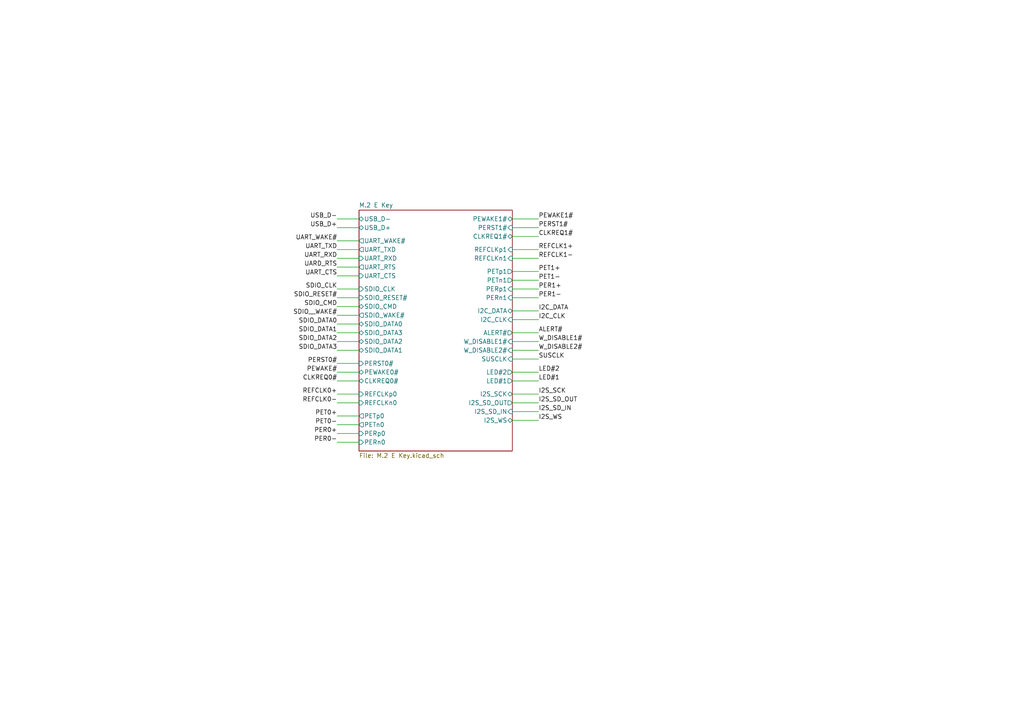
<source format=kicad_sch>
(kicad_sch
	(version 20250114)
	(generator "eeschema")
	(generator_version "9.0")
	(uuid "d9efee78-18a0-404a-b488-26241a73b38b")
	(paper "A4")
	(lib_symbols)
	(wire
		(pts
			(xy 97.79 114.3) (xy 104.14 114.3)
		)
		(stroke
			(width 0)
			(type default)
		)
		(uuid "0b501e11-84d2-4053-bde9-1f39e6938221")
	)
	(wire
		(pts
			(xy 148.59 86.36) (xy 156.21 86.36)
		)
		(stroke
			(width 0)
			(type default)
		)
		(uuid "0c49e1ae-fd0b-40ba-9d11-13de2075d615")
	)
	(wire
		(pts
			(xy 97.79 91.44) (xy 104.14 91.44)
		)
		(stroke
			(width 0)
			(type default)
		)
		(uuid "368bf6e8-09fb-4b7a-98e2-9d0598eb952f")
	)
	(wire
		(pts
			(xy 148.59 63.5) (xy 156.21 63.5)
		)
		(stroke
			(width 0)
			(type default)
		)
		(uuid "36c4c821-e187-4edd-bf60-9acb57446c2b")
	)
	(wire
		(pts
			(xy 97.79 123.19) (xy 104.14 123.19)
		)
		(stroke
			(width 0)
			(type default)
		)
		(uuid "3ac6fd5d-ba94-4578-bc28-9c6cb51a6741")
	)
	(wire
		(pts
			(xy 148.59 104.14) (xy 156.21 104.14)
		)
		(stroke
			(width 0)
			(type default)
		)
		(uuid "3bc6e11d-3c4b-41b3-b9ac-d333a3f56594")
	)
	(wire
		(pts
			(xy 97.79 128.27) (xy 104.14 128.27)
		)
		(stroke
			(width 0)
			(type default)
		)
		(uuid "46c5b39a-5d82-4d43-9cb6-1f73468f47d2")
	)
	(wire
		(pts
			(xy 148.59 68.58) (xy 156.21 68.58)
		)
		(stroke
			(width 0)
			(type default)
		)
		(uuid "491a8d45-ce7e-45f9-99fd-31d3e14f2186")
	)
	(wire
		(pts
			(xy 97.79 69.85) (xy 104.14 69.85)
		)
		(stroke
			(width 0)
			(type default)
		)
		(uuid "583ecbf5-1765-46cd-aa76-f32f6502bcbf")
	)
	(wire
		(pts
			(xy 97.79 93.98) (xy 104.14 93.98)
		)
		(stroke
			(width 0)
			(type default)
		)
		(uuid "5d2cd2da-4eab-41e6-8c00-767dcb489c46")
	)
	(wire
		(pts
			(xy 97.79 99.06) (xy 104.14 99.06)
		)
		(stroke
			(width 0)
			(type default)
		)
		(uuid "5dd77d60-7692-4f3f-b92c-ebd8db7f5971")
	)
	(wire
		(pts
			(xy 148.59 83.82) (xy 156.21 83.82)
		)
		(stroke
			(width 0)
			(type default)
		)
		(uuid "5f44eac7-2390-4323-944a-3aa24c504892")
	)
	(wire
		(pts
			(xy 148.59 121.92) (xy 156.21 121.92)
		)
		(stroke
			(width 0)
			(type default)
		)
		(uuid "61f129ac-8f86-4953-affa-c396726b3beb")
	)
	(wire
		(pts
			(xy 97.79 80.01) (xy 104.14 80.01)
		)
		(stroke
			(width 0)
			(type default)
		)
		(uuid "71aa4392-e3b0-4327-be2d-fe9160538ad2")
	)
	(wire
		(pts
			(xy 148.59 110.49) (xy 156.21 110.49)
		)
		(stroke
			(width 0)
			(type default)
		)
		(uuid "74963102-ab7b-466f-b2f7-8d2c796f7d47")
	)
	(wire
		(pts
			(xy 148.59 92.71) (xy 156.21 92.71)
		)
		(stroke
			(width 0)
			(type default)
		)
		(uuid "78e853a3-afa1-46d6-9965-fbc5f78e5af2")
	)
	(wire
		(pts
			(xy 148.59 116.84) (xy 156.21 116.84)
		)
		(stroke
			(width 0)
			(type default)
		)
		(uuid "7a16a03d-6dbf-40e3-996b-73a07a672be1")
	)
	(wire
		(pts
			(xy 97.79 88.9) (xy 104.14 88.9)
		)
		(stroke
			(width 0)
			(type default)
		)
		(uuid "7b785862-1630-4597-be9e-c68f3fe89e74")
	)
	(wire
		(pts
			(xy 148.59 96.52) (xy 156.21 96.52)
		)
		(stroke
			(width 0)
			(type default)
		)
		(uuid "81c6cf79-9f12-44e4-9d7b-99988e5b5e73")
	)
	(wire
		(pts
			(xy 148.59 99.06) (xy 156.21 99.06)
		)
		(stroke
			(width 0)
			(type default)
		)
		(uuid "8a6584a2-b7ba-44d3-9169-199eca1bb729")
	)
	(wire
		(pts
			(xy 148.59 107.95) (xy 156.21 107.95)
		)
		(stroke
			(width 0)
			(type default)
		)
		(uuid "8c0b24b1-14ed-401d-88b0-20d754dddfa8")
	)
	(wire
		(pts
			(xy 97.79 96.52) (xy 104.14 96.52)
		)
		(stroke
			(width 0)
			(type default)
		)
		(uuid "8e01d8cd-1d34-44e8-9ffa-d5c05361d6c0")
	)
	(wire
		(pts
			(xy 148.59 90.17) (xy 156.21 90.17)
		)
		(stroke
			(width 0)
			(type default)
		)
		(uuid "93b4748b-fca0-4808-944b-7062b038d49a")
	)
	(wire
		(pts
			(xy 97.79 63.5) (xy 104.14 63.5)
		)
		(stroke
			(width 0)
			(type default)
		)
		(uuid "9768fa95-5f57-4e07-a575-6d4e40feec55")
	)
	(wire
		(pts
			(xy 97.79 74.93) (xy 104.14 74.93)
		)
		(stroke
			(width 0)
			(type default)
		)
		(uuid "977e13b9-23b2-429d-b9c5-45f16ad08aaf")
	)
	(wire
		(pts
			(xy 148.59 114.3) (xy 156.21 114.3)
		)
		(stroke
			(width 0)
			(type default)
		)
		(uuid "9dcc422f-5316-4eee-974d-053e2bc75ad9")
	)
	(wire
		(pts
			(xy 148.59 66.04) (xy 156.21 66.04)
		)
		(stroke
			(width 0)
			(type default)
		)
		(uuid "a5db20e0-ae23-4ae3-9c2a-cb57724b842e")
	)
	(wire
		(pts
			(xy 97.79 83.82) (xy 104.14 83.82)
		)
		(stroke
			(width 0)
			(type default)
		)
		(uuid "a72728b0-eb4a-426e-8a47-a3bc9a03e351")
	)
	(wire
		(pts
			(xy 148.59 81.28) (xy 156.21 81.28)
		)
		(stroke
			(width 0)
			(type default)
		)
		(uuid "a77dacc3-a79e-451c-bdde-91484ede8a03")
	)
	(wire
		(pts
			(xy 97.79 77.47) (xy 104.14 77.47)
		)
		(stroke
			(width 0)
			(type default)
		)
		(uuid "a8579a54-d535-442b-a39e-8dac1b62a2b5")
	)
	(wire
		(pts
			(xy 97.79 66.04) (xy 104.14 66.04)
		)
		(stroke
			(width 0)
			(type default)
		)
		(uuid "aa44646b-169e-4692-8670-8915465b0abe")
	)
	(wire
		(pts
			(xy 97.79 116.84) (xy 104.14 116.84)
		)
		(stroke
			(width 0)
			(type default)
		)
		(uuid "aef47f2b-64ab-461c-96cf-119ed0830bb2")
	)
	(wire
		(pts
			(xy 148.59 72.39) (xy 156.21 72.39)
		)
		(stroke
			(width 0)
			(type default)
		)
		(uuid "b4d8b3df-ca75-404c-9f78-4c0d41911a1f")
	)
	(wire
		(pts
			(xy 148.59 101.6) (xy 156.21 101.6)
		)
		(stroke
			(width 0)
			(type default)
		)
		(uuid "b8422be5-6bad-4c96-ad8d-9502471420cb")
	)
	(wire
		(pts
			(xy 148.59 74.93) (xy 156.21 74.93)
		)
		(stroke
			(width 0)
			(type default)
		)
		(uuid "c70fb8fd-0279-41d0-850c-e87aae1f0106")
	)
	(wire
		(pts
			(xy 97.79 101.6) (xy 104.14 101.6)
		)
		(stroke
			(width 0)
			(type default)
		)
		(uuid "d403feb7-4cb0-49a9-b644-2545e1352133")
	)
	(wire
		(pts
			(xy 97.79 72.39) (xy 104.14 72.39)
		)
		(stroke
			(width 0)
			(type default)
		)
		(uuid "d96df8a4-01e3-4c6e-bcec-56bbc085fa98")
	)
	(wire
		(pts
			(xy 97.79 107.95) (xy 104.14 107.95)
		)
		(stroke
			(width 0)
			(type default)
		)
		(uuid "dacdde3f-8935-4afc-ac00-e5648195b3cd")
	)
	(wire
		(pts
			(xy 97.79 120.65) (xy 104.14 120.65)
		)
		(stroke
			(width 0)
			(type default)
		)
		(uuid "dc4f23ce-e0b2-4c75-88ca-d962b45d5ced")
	)
	(wire
		(pts
			(xy 97.79 86.36) (xy 104.14 86.36)
		)
		(stroke
			(width 0)
			(type default)
		)
		(uuid "dc67b1a2-8e75-4bc9-8c5c-ced4ef91d476")
	)
	(wire
		(pts
			(xy 148.59 78.74) (xy 156.21 78.74)
		)
		(stroke
			(width 0)
			(type default)
		)
		(uuid "e831ae2b-4ca5-4161-82ef-25f709583779")
	)
	(wire
		(pts
			(xy 97.79 125.73) (xy 104.14 125.73)
		)
		(stroke
			(width 0)
			(type default)
		)
		(uuid "ebe1a562-fa27-473a-8c75-3bf572f1a487")
	)
	(wire
		(pts
			(xy 97.79 105.41) (xy 104.14 105.41)
		)
		(stroke
			(width 0)
			(type default)
		)
		(uuid "ef564d12-f21e-4e5d-a9a5-bd10ce1bba3c")
	)
	(wire
		(pts
			(xy 148.59 119.38) (xy 156.21 119.38)
		)
		(stroke
			(width 0)
			(type default)
		)
		(uuid "f0408e49-5c2e-47da-b70d-5facec08e66b")
	)
	(wire
		(pts
			(xy 97.79 110.49) (xy 104.14 110.49)
		)
		(stroke
			(width 0)
			(type default)
		)
		(uuid "f770d1cd-b83b-42d1-baba-e1a3fbfac8d7")
	)
	(label "PERST1#"
		(at 156.21 66.04 0)
		(effects
			(font
				(size 1.27 1.27)
			)
			(justify left bottom)
		)
		(uuid "00b87350-dca5-47c1-8a02-64b90085c0c1")
	)
	(label "SDIO_DATA1"
		(at 97.79 96.52 180)
		(effects
			(font
				(size 1.27 1.27)
			)
			(justify right bottom)
		)
		(uuid "0b7dc250-c866-464a-9f60-b71cc7be1140")
	)
	(label "SUSCLK"
		(at 156.21 104.14 0)
		(effects
			(font
				(size 1.27 1.27)
			)
			(justify left bottom)
		)
		(uuid "19bfddae-3c20-48b5-aee2-49184d9b2863")
	)
	(label "SDIO_CLK"
		(at 97.79 83.82 180)
		(effects
			(font
				(size 1.27 1.27)
			)
			(justify right bottom)
		)
		(uuid "25c62e39-8935-4cfe-a47a-ad269ed3ad85")
	)
	(label "PET0+"
		(at 97.79 120.65 180)
		(effects
			(font
				(size 1.27 1.27)
			)
			(justify right bottom)
		)
		(uuid "27791f7c-e6fb-4694-8913-6cbc3122a488")
	)
	(label "REFCLK1+"
		(at 156.21 72.39 0)
		(effects
			(font
				(size 1.27 1.27)
			)
			(justify left bottom)
		)
		(uuid "28a4088b-f258-48e7-8538-897e407efcdf")
	)
	(label "USB_D-"
		(at 97.79 63.5 180)
		(effects
			(font
				(size 1.27 1.27)
			)
			(justify right bottom)
		)
		(uuid "296db23c-a8d5-4ee3-922d-78e021221412")
	)
	(label "LED#2"
		(at 156.21 107.95 0)
		(effects
			(font
				(size 1.27 1.27)
			)
			(justify left bottom)
		)
		(uuid "2bc2d134-60f7-47e2-905a-6a997ecc6c99")
	)
	(label "I2S_SCK"
		(at 156.21 114.3 0)
		(effects
			(font
				(size 1.27 1.27)
			)
			(justify left bottom)
		)
		(uuid "34bce771-0e52-491d-a2ca-b29740c45cc9")
	)
	(label "LED#1"
		(at 156.21 110.49 0)
		(effects
			(font
				(size 1.27 1.27)
			)
			(justify left bottom)
		)
		(uuid "38c6511e-11db-4729-b207-f4a583633028")
	)
	(label "W_DISABLE1#"
		(at 156.21 99.06 0)
		(effects
			(font
				(size 1.27 1.27)
			)
			(justify left bottom)
		)
		(uuid "3bfa6b2e-4d54-4b1e-88a3-b78f1baa41fa")
	)
	(label "PER0-"
		(at 97.79 128.27 180)
		(effects
			(font
				(size 1.27 1.27)
			)
			(justify right bottom)
		)
		(uuid "421e9fd2-3f96-44fa-bffe-8540d7042922")
	)
	(label "SDIO__WAKE#"
		(at 97.79 91.44 180)
		(effects
			(font
				(size 1.27 1.27)
			)
			(justify right bottom)
		)
		(uuid "4d771712-6504-4bd5-aed1-714d3934e70f")
	)
	(label "REFCLK0-"
		(at 97.79 116.84 180)
		(effects
			(font
				(size 1.27 1.27)
			)
			(justify right bottom)
		)
		(uuid "4d9dbe7f-f341-4215-a9e8-c8dcec6a9dc0")
	)
	(label "UART_CTS"
		(at 97.79 80.01 180)
		(effects
			(font
				(size 1.27 1.27)
			)
			(justify right bottom)
		)
		(uuid "4ddf6ffc-e25e-44f3-b9f1-7fc298c1f359")
	)
	(label "SDIO_DATA0"
		(at 97.79 93.98 180)
		(effects
			(font
				(size 1.27 1.27)
			)
			(justify right bottom)
		)
		(uuid "5b06a951-7e0f-43e7-8940-addb28ef0768")
	)
	(label "PEWAKE1#"
		(at 156.21 63.5 0)
		(effects
			(font
				(size 1.27 1.27)
			)
			(justify left bottom)
		)
		(uuid "5f2709df-493a-46cf-835e-57fd3c8d44e5")
	)
	(label "PEWAKE#"
		(at 97.79 107.95 180)
		(effects
			(font
				(size 1.27 1.27)
			)
			(justify right bottom)
		)
		(uuid "6214be37-ac77-4556-b4ae-80d12a36922f")
	)
	(label "W_DISABLE2#"
		(at 156.21 101.6 0)
		(effects
			(font
				(size 1.27 1.27)
			)
			(justify left bottom)
		)
		(uuid "651af32e-a79c-4945-bb97-70d82aa8a916")
	)
	(label "PER1-"
		(at 156.21 86.36 0)
		(effects
			(font
				(size 1.27 1.27)
			)
			(justify left bottom)
		)
		(uuid "683b405e-60b9-4441-a316-1c56a23c879b")
	)
	(label "I2C_DATA"
		(at 156.21 90.17 0)
		(effects
			(font
				(size 1.27 1.27)
			)
			(justify left bottom)
		)
		(uuid "830c639a-4345-4b7b-a73c-0bbe6de9d7e5")
	)
	(label "SDIO_RESET#"
		(at 97.79 86.36 180)
		(effects
			(font
				(size 1.27 1.27)
			)
			(justify right bottom)
		)
		(uuid "83cbe900-507c-465c-b96c-cefa1574ff8f")
	)
	(label "ALERT#"
		(at 156.21 96.52 0)
		(effects
			(font
				(size 1.27 1.27)
			)
			(justify left bottom)
		)
		(uuid "84d8865f-0783-452b-8f1c-8f36dd642fb5")
	)
	(label "REFCLK1-"
		(at 156.21 74.93 0)
		(effects
			(font
				(size 1.27 1.27)
			)
			(justify left bottom)
		)
		(uuid "84f653bf-f417-4317-896f-582a9f72a13e")
	)
	(label "CLKREQ0#"
		(at 97.79 110.49 180)
		(effects
			(font
				(size 1.27 1.27)
			)
			(justify right bottom)
		)
		(uuid "90ed0152-1dcb-4ecc-8ba6-80fc653ebe2b")
	)
	(label "SDIO_CMD"
		(at 97.79 88.9 180)
		(effects
			(font
				(size 1.27 1.27)
			)
			(justify right bottom)
		)
		(uuid "9e0eb982-50bd-47fa-80a0-71e2e9295532")
	)
	(label "UART_WAKE#"
		(at 97.79 69.85 180)
		(effects
			(font
				(size 1.27 1.27)
			)
			(justify right bottom)
		)
		(uuid "a2a33379-122f-4af4-84f3-d86692a953ae")
	)
	(label "I2C_CLK"
		(at 156.21 92.71 0)
		(effects
			(font
				(size 1.27 1.27)
			)
			(justify left bottom)
		)
		(uuid "a960cc43-a16d-4a68-8087-27fe3bc05554")
	)
	(label "UARD_RTS"
		(at 97.79 77.47 180)
		(effects
			(font
				(size 1.27 1.27)
			)
			(justify right bottom)
		)
		(uuid "b2154c63-9419-4aef-959f-525a08c76576")
	)
	(label "I2S_SD_IN"
		(at 156.21 119.38 0)
		(effects
			(font
				(size 1.27 1.27)
			)
			(justify left bottom)
		)
		(uuid "b2ddba85-6f7c-4b94-8d1d-e4ab7fef31a5")
	)
	(label "SDIO_DATA3"
		(at 97.79 101.6 180)
		(effects
			(font
				(size 1.27 1.27)
			)
			(justify right bottom)
		)
		(uuid "be8d935b-38c5-4578-8c48-50f88b3e4ad7")
	)
	(label "PERST0#"
		(at 97.79 105.41 180)
		(effects
			(font
				(size 1.27 1.27)
			)
			(justify right bottom)
		)
		(uuid "c0e6cafa-5535-4397-a2ae-ce6df9cc3aaf")
	)
	(label "PER1+"
		(at 156.21 83.82 0)
		(effects
			(font
				(size 1.27 1.27)
			)
			(justify left bottom)
		)
		(uuid "c5e5144b-2731-48e5-9115-a48384ec4a7e")
	)
	(label "I2S_WS"
		(at 156.21 121.92 0)
		(effects
			(font
				(size 1.27 1.27)
			)
			(justify left bottom)
		)
		(uuid "cd7559f6-6639-47ad-9196-de1fe8f099c7")
	)
	(label "PET0-"
		(at 97.79 123.19 180)
		(effects
			(font
				(size 1.27 1.27)
			)
			(justify right bottom)
		)
		(uuid "d151ca57-c7ed-4534-aa63-7049f8c4ffa7")
	)
	(label "PET1-"
		(at 156.21 81.28 0)
		(effects
			(font
				(size 1.27 1.27)
			)
			(justify left bottom)
		)
		(uuid "d3089d1d-2315-4f87-ba87-131869320b6a")
	)
	(label "REFCLK0+"
		(at 97.79 114.3 180)
		(effects
			(font
				(size 1.27 1.27)
			)
			(justify right bottom)
		)
		(uuid "d5616ea2-e4af-4179-9791-5903fcf4de3b")
	)
	(label "PER0+"
		(at 97.79 125.73 180)
		(effects
			(font
				(size 1.27 1.27)
			)
			(justify right bottom)
		)
		(uuid "d6935ef8-c1b3-496b-8a71-860aa48ff370")
	)
	(label "UART_RXD"
		(at 97.79 74.93 180)
		(effects
			(font
				(size 1.27 1.27)
			)
			(justify right bottom)
		)
		(uuid "d92010a5-9bef-4f15-a34b-54425d7d1e6b")
	)
	(label "PET1+"
		(at 156.21 78.74 0)
		(effects
			(font
				(size 1.27 1.27)
			)
			(justify left bottom)
		)
		(uuid "dcd066cb-dd7b-4829-bfaa-7751df9fa2d3")
	)
	(label "I2S_SD_OUT"
		(at 156.21 116.84 0)
		(effects
			(font
				(size 1.27 1.27)
			)
			(justify left bottom)
		)
		(uuid "e04194f4-2ebd-48e9-b9b0-9be5e238742b")
	)
	(label "SDIO_DATA2"
		(at 97.79 99.06 180)
		(effects
			(font
				(size 1.27 1.27)
			)
			(justify right bottom)
		)
		(uuid "eb7fd6d4-04c7-4237-8748-1f453054e739")
	)
	(label "UART_TXD"
		(at 97.79 72.39 180)
		(effects
			(font
				(size 1.27 1.27)
			)
			(justify right bottom)
		)
		(uuid "f1aa1c8f-22d5-4ce7-97c0-91b32c337fc3")
	)
	(label "CLKREQ1#"
		(at 156.21 68.58 0)
		(effects
			(font
				(size 1.27 1.27)
			)
			(justify left bottom)
		)
		(uuid "f6e2cf62-0c74-4a6f-a04f-791fce68b8c1")
	)
	(label "USB_D+"
		(at 97.79 66.04 180)
		(effects
			(font
				(size 1.27 1.27)
			)
			(justify right bottom)
		)
		(uuid "f9792d32-98ef-443d-b691-5a4016ff7472")
	)
	(sheet
		(at 104.14 60.96)
		(size 44.45 69.85)
		(exclude_from_sim no)
		(in_bom yes)
		(on_board yes)
		(dnp no)
		(fields_autoplaced yes)
		(stroke
			(width 0.1524)
			(type solid)
		)
		(fill
			(color 0 0 0 0.0000)
		)
		(uuid "822dc00b-611a-4d5d-a02c-f12837d6df01")
		(property "Sheetname" "M.2 E Key"
			(at 104.14 60.2484 0)
			(effects
				(font
					(size 1.27 1.27)
				)
				(justify left bottom)
			)
		)
		(property "Sheetfile" "M.2 E Key.kicad_sch"
			(at 104.14 131.3946 0)
			(effects
				(font
					(size 1.27 1.27)
				)
				(justify left top)
			)
		)
		(pin "USB_D-" bidirectional
			(at 104.14 63.5 180)
			(uuid "b2ec48b8-8a13-4225-8e74-af6c51758c09")
			(effects
				(font
					(size 1.27 1.27)
				)
				(justify left)
			)
		)
		(pin "USB_D+" bidirectional
			(at 104.14 66.04 180)
			(uuid "1f0d5dd3-1e14-4ae1-9c78-91de8ae0a7aa")
			(effects
				(font
					(size 1.27 1.27)
				)
				(justify left)
			)
		)
		(pin "UART_WAKE#" output
			(at 104.14 69.85 180)
			(uuid "97606156-64bd-492b-a409-f003635b7ecf")
			(effects
				(font
					(size 1.27 1.27)
				)
				(justify left)
			)
		)
		(pin "UART_TXD" output
			(at 104.14 72.39 180)
			(uuid "aea9abcb-ba74-4767-b81b-5c0405a07fbd")
			(effects
				(font
					(size 1.27 1.27)
				)
				(justify left)
			)
		)
		(pin "UART_RTS" output
			(at 104.14 77.47 180)
			(uuid "6fbbe525-b5f8-4113-a677-6bf10c25b5ce")
			(effects
				(font
					(size 1.27 1.27)
				)
				(justify left)
			)
		)
		(pin "UART_RXD" input
			(at 104.14 74.93 180)
			(uuid "85da449b-0986-4be0-a060-a993e893adbd")
			(effects
				(font
					(size 1.27 1.27)
				)
				(justify left)
			)
		)
		(pin "UART_CTS" input
			(at 104.14 80.01 180)
			(uuid "b6c7f99f-b279-4e7c-bb12-421a30019d98")
			(effects
				(font
					(size 1.27 1.27)
				)
				(justify left)
			)
		)
		(pin "SDIO_CLK" input
			(at 104.14 83.82 180)
			(uuid "d969b8d9-1a68-429f-a4e3-97904d5a2041")
			(effects
				(font
					(size 1.27 1.27)
				)
				(justify left)
			)
		)
		(pin "SDIO_RESET#" input
			(at 104.14 86.36 180)
			(uuid "198b6708-e9f7-4e79-91f3-c7bc8ff29cd8")
			(effects
				(font
					(size 1.27 1.27)
				)
				(justify left)
			)
		)
		(pin "SDIO_CMD" bidirectional
			(at 104.14 88.9 180)
			(uuid "c04c9db7-d332-4a23-903d-af068bbef949")
			(effects
				(font
					(size 1.27 1.27)
				)
				(justify left)
			)
		)
		(pin "SDIO_WAKE#" output
			(at 104.14 91.44 180)
			(uuid "1c2d6111-47b7-4a80-baef-fae5a1017365")
			(effects
				(font
					(size 1.27 1.27)
				)
				(justify left)
			)
		)
		(pin "SDIO_DATA0" bidirectional
			(at 104.14 93.98 180)
			(uuid "48ecbec4-11db-47f3-a686-cf7d5ed17ba6")
			(effects
				(font
					(size 1.27 1.27)
				)
				(justify left)
			)
		)
		(pin "SDIO_DATA3" bidirectional
			(at 104.14 96.52 180)
			(uuid "726c3fc5-a0bd-4a61-bf92-ed74503225cf")
			(effects
				(font
					(size 1.27 1.27)
				)
				(justify left)
			)
		)
		(pin "SDIO_DATA2" bidirectional
			(at 104.14 99.06 180)
			(uuid "1cc07077-879b-45a2-a86b-87d4f1d50569")
			(effects
				(font
					(size 1.27 1.27)
				)
				(justify left)
			)
		)
		(pin "SDIO_DATA1" bidirectional
			(at 104.14 101.6 180)
			(uuid "8d46a2e7-0357-4e56-9f1c-f27b12d49752")
			(effects
				(font
					(size 1.27 1.27)
				)
				(justify left)
			)
		)
		(pin "PERST0#" input
			(at 104.14 105.41 180)
			(uuid "6cadeb55-3d4c-4b7b-96b2-e995469f52d7")
			(effects
				(font
					(size 1.27 1.27)
				)
				(justify left)
			)
		)
		(pin "PEWAKE0#" bidirectional
			(at 104.14 107.95 180)
			(uuid "77c4f54d-9056-4d7c-be22-e5c30d63f5c5")
			(effects
				(font
					(size 1.27 1.27)
				)
				(justify left)
			)
		)
		(pin "CLKREQ0#" bidirectional
			(at 104.14 110.49 180)
			(uuid "116cbd2e-8a4d-46ec-ad77-bce7fff37add")
			(effects
				(font
					(size 1.27 1.27)
				)
				(justify left)
			)
		)
		(pin "REFCLKp0" input
			(at 104.14 114.3 180)
			(uuid "2e4b7d8c-24a9-4173-bf9d-4e8ee943c94c")
			(effects
				(font
					(size 1.27 1.27)
				)
				(justify left)
			)
		)
		(pin "REFCLKn0" input
			(at 104.14 116.84 180)
			(uuid "e1bffd50-9dd7-4e02-a31f-e0d5d840d1b3")
			(effects
				(font
					(size 1.27 1.27)
				)
				(justify left)
			)
		)
		(pin "PETn0" output
			(at 104.14 123.19 180)
			(uuid "7ce54cae-707c-4f9a-ac81-df26f8afc566")
			(effects
				(font
					(size 1.27 1.27)
				)
				(justify left)
			)
		)
		(pin "PETp0" output
			(at 104.14 120.65 180)
			(uuid "35c3a296-62c9-47f4-a8f6-ac3b71b95732")
			(effects
				(font
					(size 1.27 1.27)
				)
				(justify left)
			)
		)
		(pin "PERn0" input
			(at 104.14 128.27 180)
			(uuid "9b2795fb-c8af-4b83-bda9-5ee6d0512a76")
			(effects
				(font
					(size 1.27 1.27)
				)
				(justify left)
			)
		)
		(pin "PERp0" input
			(at 104.14 125.73 180)
			(uuid "cc1268dd-fc36-42fb-bc4a-b09e57894ae1")
			(effects
				(font
					(size 1.27 1.27)
				)
				(justify left)
			)
		)
		(pin "PEWAKE1#" bidirectional
			(at 148.59 63.5 0)
			(uuid "a0ea89cf-4d48-4624-8bbf-ce5c8cee6589")
			(effects
				(font
					(size 1.27 1.27)
				)
				(justify right)
			)
		)
		(pin "PERST1#" input
			(at 148.59 66.04 0)
			(uuid "99d20ca7-fd27-4264-809a-07ec33686963")
			(effects
				(font
					(size 1.27 1.27)
				)
				(justify right)
			)
		)
		(pin "CLKREQ1#" bidirectional
			(at 148.59 68.58 0)
			(uuid "4595fe88-c779-4bdd-9408-b0321e7e7731")
			(effects
				(font
					(size 1.27 1.27)
				)
				(justify right)
			)
		)
		(pin "REFCLKn1" input
			(at 148.59 74.93 0)
			(uuid "becaf6f3-c08c-4ad9-88ff-a3cc01a2709e")
			(effects
				(font
					(size 1.27 1.27)
				)
				(justify right)
			)
		)
		(pin "REFCLKp1" input
			(at 148.59 72.39 0)
			(uuid "e60f8ee6-36e4-41f9-8f13-9b62a96ee8c9")
			(effects
				(font
					(size 1.27 1.27)
				)
				(justify right)
			)
		)
		(pin "PETn1" output
			(at 148.59 81.28 0)
			(uuid "0561bfe9-46b2-47ff-b938-39102281f093")
			(effects
				(font
					(size 1.27 1.27)
				)
				(justify right)
			)
		)
		(pin "PETp1" output
			(at 148.59 78.74 0)
			(uuid "1d961acf-9c9e-49c7-abb4-18ca0783f555")
			(effects
				(font
					(size 1.27 1.27)
				)
				(justify right)
			)
		)
		(pin "PERp1" input
			(at 148.59 83.82 0)
			(uuid "c0f1be7f-4cfc-4fd8-a7df-701e85aa842d")
			(effects
				(font
					(size 1.27 1.27)
				)
				(justify right)
			)
		)
		(pin "PERn1" input
			(at 148.59 86.36 0)
			(uuid "cedf3aad-8551-4238-9d0b-67d16d174906")
			(effects
				(font
					(size 1.27 1.27)
				)
				(justify right)
			)
		)
		(pin "I2C_DATA" bidirectional
			(at 148.59 90.17 0)
			(uuid "fc5f7105-a2bf-45d1-9fcc-898e64c79dee")
			(effects
				(font
					(size 1.27 1.27)
				)
				(justify right)
			)
		)
		(pin "I2C_CLK" input
			(at 148.59 92.71 0)
			(uuid "f48d4f7e-9560-4f3d-b2fc-fe80ef70140a")
			(effects
				(font
					(size 1.27 1.27)
				)
				(justify right)
			)
		)
		(pin "ALERT#" output
			(at 148.59 96.52 0)
			(uuid "d5ec7228-367a-42f0-a7b6-0522c412ec7c")
			(effects
				(font
					(size 1.27 1.27)
				)
				(justify right)
			)
		)
		(pin "W_DISABLE1#" input
			(at 148.59 99.06 0)
			(uuid "c345c670-5356-44d3-8ce2-3c5d8fe3384a")
			(effects
				(font
					(size 1.27 1.27)
				)
				(justify right)
			)
		)
		(pin "SUSCLK" input
			(at 148.59 104.14 0)
			(uuid "0b5d120e-08e0-4b8e-9553-a9da66150300")
			(effects
				(font
					(size 1.27 1.27)
				)
				(justify right)
			)
		)
		(pin "W_DISABLE2#" input
			(at 148.59 101.6 0)
			(uuid "a37ac9f6-062c-4b0d-907c-4cf986c739ee")
			(effects
				(font
					(size 1.27 1.27)
				)
				(justify right)
			)
		)
		(pin "LED#2" output
			(at 148.59 107.95 0)
			(uuid "bd9f5a48-e909-4956-85c1-b5416a1808a1")
			(effects
				(font
					(size 1.27 1.27)
				)
				(justify right)
			)
		)
		(pin "LED#1" output
			(at 148.59 110.49 0)
			(uuid "30421b53-7f89-4caa-b8c9-1e09a74e58de")
			(effects
				(font
					(size 1.27 1.27)
				)
				(justify right)
			)
		)
		(pin "I2S_SCK" bidirectional
			(at 148.59 114.3 0)
			(uuid "76984795-eda6-4bed-91fb-99ec1896ac70")
			(effects
				(font
					(size 1.27 1.27)
				)
				(justify right)
			)
		)
		(pin "I2S_SD_OUT" output
			(at 148.59 116.84 0)
			(uuid "50303e5a-dedb-4099-a60c-d244cbb088ac")
			(effects
				(font
					(size 1.27 1.27)
				)
				(justify right)
			)
		)
		(pin "I2S_WS" bidirectional
			(at 148.59 121.92 0)
			(uuid "8c756978-c071-43bf-951e-091bfa443dd4")
			(effects
				(font
					(size 1.27 1.27)
				)
				(justify right)
			)
		)
		(pin "I2S_SD_IN" input
			(at 148.59 119.38 0)
			(uuid "fb838774-8c47-4e6d-822f-0d8e18538f14")
			(effects
				(font
					(size 1.27 1.27)
				)
				(justify right)
			)
		)
		(instances
			(project "M.2 E Key 3080"
				(path "/d9efee78-18a0-404a-b488-26241a73b38b"
					(page "2")
				)
			)
		)
	)
	(sheet_instances
		(path "/"
			(page "1")
		)
	)
	(embedded_fonts no)
)

</source>
